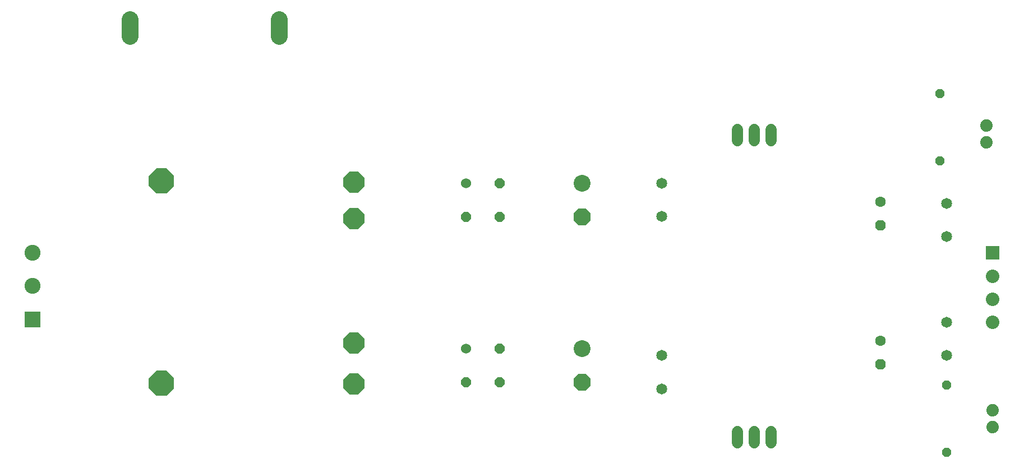
<source format=gtl>
G75*
G70*
%OFA0B0*%
%FSLAX24Y24*%
%IPPOS*%
%LPD*%
%AMOC8*
5,1,8,0,0,1.08239X$1,22.5*
%
%ADD10C,0.1000*%
%ADD11R,0.0950X0.0950*%
%ADD12C,0.0950*%
%ADD13C,0.0600*%
%ADD14OC8,0.0600*%
%ADD15C,0.1000*%
%ADD16OC8,0.1000*%
%ADD17OC8,0.0630*%
%ADD18C,0.0630*%
%ADD19C,0.0650*%
%ADD20C,0.0740*%
%ADD21OC8,0.0520*%
%ADD22R,0.0800X0.0800*%
%ADD23C,0.0800*%
%ADD24C,0.0660*%
%ADD25OC8,0.1250*%
%ADD26OC8,0.1500*%
D10*
X009531Y034327D02*
X009531Y035327D01*
X018391Y035327D02*
X018391Y034327D01*
D11*
X003725Y017504D03*
D12*
X003725Y019473D03*
X003725Y021441D03*
D13*
X029496Y025591D03*
X029496Y015748D03*
D14*
X031496Y015748D03*
X031496Y013748D03*
X029496Y013748D03*
X029496Y023591D03*
X031496Y023591D03*
X031496Y025591D03*
D15*
X036402Y025591D03*
X036402Y015748D03*
D16*
X036402Y013748D03*
X036402Y023591D03*
D17*
X054118Y023103D03*
X054118Y014836D03*
D18*
X054118Y016236D03*
X054118Y024503D03*
D19*
X058055Y024394D03*
X058055Y022426D03*
X058055Y017307D03*
X058055Y015339D03*
X041126Y015339D03*
X041126Y013370D03*
X041126Y023607D03*
X041126Y025575D03*
D20*
X060418Y028028D03*
X060418Y029028D03*
X060811Y012099D03*
X060811Y011099D03*
D21*
X058055Y009599D03*
X058055Y013599D03*
X057662Y026922D03*
X057662Y030922D03*
D22*
X060811Y021441D03*
D23*
X060811Y020063D03*
X060811Y018685D03*
X060811Y017307D03*
D24*
X047638Y010811D02*
X047638Y010151D01*
X046638Y010151D02*
X046638Y010811D01*
X045638Y010811D02*
X045638Y010151D01*
X045638Y028135D02*
X045638Y028795D01*
X046638Y028795D02*
X046638Y028135D01*
X047638Y028135D02*
X047638Y028795D01*
D25*
X022818Y025657D03*
X022818Y023490D03*
X022818Y016085D03*
X022818Y013643D03*
D26*
X011403Y013682D03*
X011403Y025736D03*
M02*

</source>
